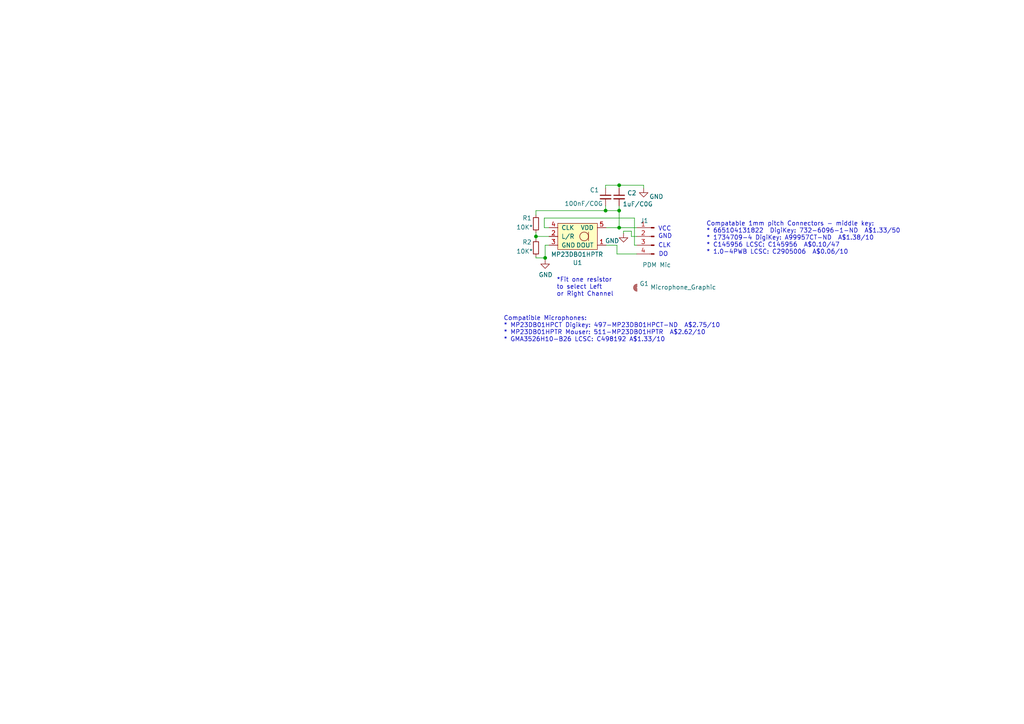
<source format=kicad_sch>
(kicad_sch (version 20211123) (generator eeschema)
  (paper "A4")
  (title_block (title "Sensors Endpiece Board v0.1") (date "2022-06-30") (rev "1.0") (company "TeamOpenSmartGlasses") (comment 1 "Design: Paul Hamilton") (comment 2 "License: MIT"))
  (lib_symbols
    (symbol "Connector:Conn_01x04_Male" (pin_names (offset 1.016) hide)
      (property "Reference" "J" (at 0 5.08 0))
      (property "Value" "Conn_01x04_Male" (at 0 -7.62 0))
      (symbol "Conn_01x04_Male_1_1"
        (polyline (pts (xy 1.27 -5.08) (xy 0.8636 -5.08)) (stroke (width 0.1524)))
        (polyline (pts (xy 1.27 -2.54) (xy 0.8636 -2.54)) (stroke (width 0.1524)))
        (polyline (pts (xy 1.27 0) (xy 0.8636 0)) (stroke (width 0.1524)))
        (polyline (pts (xy 1.27 2.54) (xy 0.8636 2.54)) (stroke (width 0.1524)))
        (rectangle (start 0.8636 -4.953) (end 0 -5.207) (stroke (width 0.1524)) (fill (type outline)))
        (rectangle (start 0.8636 -2.413) (end 0 -2.667) (stroke (width 0.1524)) (fill (type outline)))
        (rectangle (start 0.8636 0.127) (end 0 -0.127) (stroke (width 0.1524)) (fill (type outline)))
        (rectangle (start 0.8636 2.667) (end 0 2.413) (stroke (width 0.1524)) (fill (type outline)))
        (pin passive line (at 5.08 2.54 180) (length 3.81) (name "Pin_1") (number "1"))
        (pin passive line (at 5.08 0 180) (length 3.81) (name "Pin_2") (number "2"))
        (pin passive line (at 5.08 -2.54 180) (length 3.81) (name "Pin_3") (number "3"))
        (pin passive line (at 5.08 -5.08 180) (length 3.81) (name "Pin_4") (number "4"))
      )
    )
    (symbol "Device:C_Small" (pin_numbers hide) (pin_names (offset 0.254) hide)
      (property "Reference" "C" (at 0.254 1.778 0))
      (property "Value" "C_Small" (at 0.254 -2.032 0))
      (symbol "C_Small_0_1"
        (polyline (pts (xy -1.524 -0.508) (xy 1.524 -0.508)) (stroke (width 0.3302)))
        (polyline (pts (xy -1.524 0.508) (xy 1.524 0.508)) (stroke (width 0.3048)))
      )
      (symbol "C_Small_1_1"
        (pin passive line (at 0 2.54 270) (length 2.032) (name "~") (number "1"))
        (pin passive line (at 0 -2.54 90) (length 2.032) (name "~") (number "2"))
      )
    )
    (symbol "Device:R_Small" (pin_numbers hide) (pin_names (offset 0.254) hide)
      (property "Reference" "R" (at 0.762 0.508 0))
      (property "Value" "R_Small" (at 0.762 -1.016 0))
      (symbol "R_Small_0_1"
        (rectangle (start -0.762 1.778) (end 0.762 -1.778) (stroke (width 0.2032)))
      )
      (symbol "R_Small_1_1"
        (pin passive line (at 0 2.54 270) (length 0.762) (name "~") (number "1"))
        (pin passive line (at 0 -2.54 90) (length 0.762) (name "~") (number "2"))
      )
    )
    (symbol "microphone-rescue:MP23DB01HPTR-Pauls_Symbol_Library" (pin_names (offset 1.016))
      (property "Reference" "U" (at 0 -5.08 0))
      (property "Value" "MP23DB01HPTR-Pauls_Symbol_Library" (at 0 5.08 0))
      (symbol "MP23DB01HPTR-Pauls_Symbol_Library_0_1"
        (rectangle (start -5.08 3.81) (end 6.35 -3.81) (fill (type background)))
        (polyline (pts (xy 3.81 1.27) (xy 3.81 -1.27)))
        (circle (center 2.54 0) (radius 1.27))
      )
      (symbol "MP23DB01HPTR-Pauls_Symbol_Library_1_1"
        (pin input line (at 8.89 -2.54 180) (length 2.54) (name "DOUT") (number "1"))
        (pin input line (at -7.62 0 0) (length 2.54) (name "L/R") (number "2"))
        (pin input line (at -7.62 -2.54 0) (length 2.54) (name "GND") (number "3"))
        (pin input line (at -7.62 2.54 0) (length 2.54) (name "CLK") (number "4"))
        (pin power_in line (at 8.89 2.54 180) (length 2.54) (name "VDD") (number "5"))
      )
    )
    (symbol "microphone-rescue:Microphone_Graphic-Pauls_Symbol_Library" (pin_names (offset 1.016))
      (property "Reference" "G" (at 0 -2.286 0))
      (property "Value" "Microphone_Graphic-Pauls_Symbol_Library" (at -1.016 2.032 0))
      (symbol "Microphone_Graphic-Pauls_Symbol_Library_0_1"
        (arc (start 0 0.254) (mid -0.254 0) (end 0 -0.254))
        (arc (start 0 0.508) (mid -0.508 0) (end 0 -0.508))
        (arc (start 0 0.762) (mid -0.762 0) (end 0 -0.762))
        (arc (start 0 1.016) (mid -1.016 0) (end 0 -1.016))
      )
    )
    (symbol "power:GND" (power) (pin_names (offset 0))
      (property "Value" "GND" (at 0 -3.81 0))
      (symbol "GND_0_1"
        (polyline (pts (xy 0 0) (xy 0 -1.27) (xy 1.27 -1.27) (xy 0 -2.54) (xy -1.27 -1.27) (xy 0 -1.27)))
      )
      (symbol "GND_1_1"
        (pin power_in line (at 0 0 270) (length 0) hide (name "GND") (number "1"))
      )
    )
  )
  (junction (at 179.578 53.721))
  (junction (at 158.115 74.803))
  (junction (at 175.641 61.087))
  (junction (at 179.578 61.087))
  (junction (at 179.578 66.04))
  (junction (at 155.448 68.58))
  (wire (pts (xy 179.578 54.61) (xy 179.578 53.721)))
  (wire (pts (xy 155.448 61.087) (xy 155.448 62.357)))
  (wire (pts (xy 180.848 67.056) (xy 180.848 67.691)))
  (wire (pts (xy 183.134 68.58) (xy 183.134 67.056)))
  (wire (pts (xy 184.023 63.246) (xy 157.861 63.246)))
  (wire (pts (xy 157.861 63.246) (xy 157.861 66.04)))
  (wire (pts (xy 184.658 71.12) (xy 184.023 71.12)))
  (wire (pts (xy 186.69 54.61) (xy 186.69 53.721)))
  (wire (pts (xy 178.943 71.12) (xy 178.943 73.66)))
  (wire (pts (xy 155.448 74.422) (xy 155.448 74.803)))
  (wire (pts (xy 157.861 66.04) (xy 159.258 66.04)))
  (wire (pts (xy 155.448 68.58) (xy 155.448 69.342)))
  (wire (pts (xy 159.258 68.58) (xy 155.448 68.58)))
  (wire (pts (xy 186.69 53.721) (xy 179.578 53.721)))
  (wire (pts (xy 175.641 61.087) (xy 175.641 59.69)))
  (wire (pts (xy 158.115 71.12) (xy 158.115 74.803)))
  (wire (pts (xy 179.578 61.087) (xy 179.578 66.04)))
  (wire (pts (xy 179.578 66.04) (xy 175.768 66.04)))
  (wire (pts (xy 158.115 74.803) (xy 158.115 75.311)))
  (wire (pts (xy 175.641 61.087) (xy 155.448 61.087)))
  (wire (pts (xy 159.258 71.12) (xy 158.115 71.12)))
  (wire (pts (xy 175.768 71.12) (xy 178.943 71.12)))
  (wire (pts (xy 178.943 73.66) (xy 184.658 73.66)))
  (wire (pts (xy 179.578 53.721) (xy 175.641 53.721)))
  (wire (pts (xy 175.641 53.721) (xy 175.641 54.61)))
  (wire (pts (xy 155.448 68.58) (xy 155.448 67.437)))
  (wire (pts (xy 184.023 71.12) (xy 184.023 63.246)))
  (wire (pts (xy 179.578 61.087) (xy 175.641 61.087)))
  (wire (pts (xy 184.658 66.04) (xy 179.578 66.04)))
  (wire (pts (xy 184.658 68.58) (xy 183.134 68.58)))
  (wire (pts (xy 179.578 59.69) (xy 179.578 61.087)))
  (wire (pts (xy 183.134 67.056) (xy 180.848 67.056)))
  (wire (pts (xy 155.448 74.803) (xy 158.115 74.803)))
  (text "DO" (at 191.008 74.549 0) (effects (font (size 1.27 1.27)) (justify left bottom)))
  (text "Compatable 1mm pitch Connectors - middle key:\n* 665104131822  DigiKey: 732-6096-1-ND  A$1.33/50\n* 1734709-4 DigiKey: A99957CT-ND  A$1.38/10\n* C145956 LCSC: C145956  A$0.10/47\n* 1.0-4PWB LCSC: C2905006  A$0.06/10" (at 204.851 73.914 0) (effects (font (size 1.27 1.27)) (justify left bottom)))
  (text "CLK" (at 190.881 72.009 0) (effects (font (size 1.27 1.27)) (justify left bottom)))
  (text "*Fit one resistor\nto select Left \nor Right Channel" (at 161.417 86.106 0) (effects (font (size 1.27 1.27)) (justify left bottom)))
  (text "Compatible Microphones:\n* MP23DB01HPCT Digikey: 497-MP23DB01HPCT-ND  A$2.75/10\n* MP23DB01HPTR Mouser: 511-MP23DB01HPTR  A$2.62/10\n* GMA3526H10-B26 LCSC: C498192 A$1.33/10\n\n \n" (at 146.05 103.378 0) (effects (font (size 1.27 1.27)) (justify left bottom)))
  (text "GND" (at 190.881 69.342 0) (effects (font (size 1.27 1.27)) (justify left bottom)))
  (text "VCC" (at 190.881 67.183 0) (effects (font (size 1.27 1.27)) (justify left bottom)))
  (symbol (lib_id "microphone-rescue:MP23DB01HPTR-Pauls_Symbol_Library") (at 166.878 68.58 0) (unit 1)
    (property "Reference" "U1" (at 167.513 76.2 0))
    (property "Value" "MP23DB01HPTR" (at 167.386 73.787 0))
    (property "Footprint" "OSSG_footprints_endpiece:MP23DB01HPTR" (effects hide))
  )
  (symbol (lib_id "Device:C_Small") (at 175.641 57.15 0) (unit 1)
    (property "Reference" "C1" (at 171.069 55.118 0) (effects (justify left)))
    (property "Value" "100nF/C0G" (at 163.703 59.055 0) (effects (justify left)))
    (property "Footprint" "Capacitor_SMD:C_0402_1005Metric" (effects hide))
  )
  (symbol (lib_id "Device:R_Small") (at 155.448 71.882 0) (unit 1)
    (property "Reference" "R2" (at 151.511 70.231 0) (effects (justify left)))
    (property "Value" "10K*" (at 149.733 72.898 0) (effects (justify left)))
    (property "Footprint" "Resistor_SMD:R_0402_1005Metric" (effects hide))
  )
  (symbol (lib_id "Device:C_Small") (at 179.578 57.15 0) (unit 1)
    (property "Reference" "C2" (at 181.9148 55.9816 0) (effects (justify left)))
    (property "Value" "1uF/C0G" (at 180.594 59.182 0) (effects (justify left)))
    (property "Footprint" "Capacitor_SMD:C_0402_1005Metric" (effects hide))
  )
  (symbol (lib_id "Connector:Conn_01x04_Male") (at 189.738 68.58 0) (mirror y) (unit 1)
    (property "Reference" "J1" (at 185.674 64.008 0) (effects (justify right)))
    (property "Value" "PDM Mic" (at 186.309 76.835 0) (effects (justify right)))
    (property "Footprint" "OSSG_footprints_endpiece:Solder-4P-Connector" (effects hide))
  )
  (symbol (lib_id "power:GND") (at 158.115 75.311 0) (unit 1)
    (property "Reference" "#PWR03" (effects hide))
    (property "Value" "GND" (at 158.242 79.7052 0))
  )
  (symbol (lib_id "power:GND") (at 180.848 67.691 0) (unit 1)
    (property "Reference" "#PWR02" (effects hide))
    (property "Value" "GND" (at 177.546 69.85 0))
  )
  (symbol (lib_id "Device:R_Small") (at 155.448 64.897 0) (unit 1)
    (property "Reference" "R1" (at 151.511 63.246 0) (effects (justify left)))
    (property "Value" "10K*" (at 149.733 65.913 0) (effects (justify left)))
    (property "Footprint" "Resistor_SMD:R_0402_1005Metric" (effects hide))
  )
  (symbol (lib_id "power:GND") (at 186.69 54.61 0) (unit 1)
    (property "Reference" "#PWR01" (effects hide))
    (property "Value" "GND" (at 190.373 57.023 0))
  )
  (symbol (lib_id "microphone-rescue:Microphone_Graphic-Pauls_Symbol_Library") (at 184.785 83.439 0) (unit 1)
    (property "Reference" "G1" (at 185.4962 82.2706 0) (effects (justify left)))
    (property "Value" "Microphone_Graphic" (at 188.595 83.312 0) (effects (justify left)))
    (property "Footprint" "Pauls_KiCAD_Libraries:Microhone_Graphic_sml" (effects hide))
  )
)
</source>
